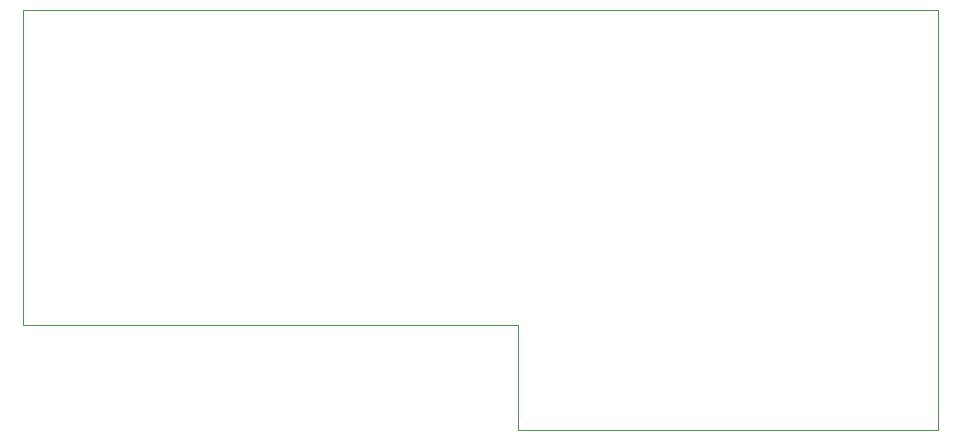
<source format=gbr>
%TF.GenerationSoftware,KiCad,Pcbnew,5.1.7*%
%TF.CreationDate,2020-11-04T07:04:29+03:00*%
%TF.ProjectId,rpi2_hls_lfcd2,72706932-5f68-46c7-935f-6c666364322e,rev?*%
%TF.SameCoordinates,Original*%
%TF.FileFunction,Profile,NP*%
%FSLAX46Y46*%
G04 Gerber Fmt 4.6, Leading zero omitted, Abs format (unit mm)*
G04 Created by KiCad (PCBNEW 5.1.7) date 2020-11-04 07:04:29*
%MOMM*%
%LPD*%
G01*
G04 APERTURE LIST*
%TA.AperFunction,Profile*%
%ADD10C,0.050000*%
%TD*%
G04 APERTURE END LIST*
D10*
X218440000Y-67310000D02*
X140970000Y-67310000D01*
X218440000Y-102870000D02*
X218440000Y-67310000D01*
X182880000Y-102870000D02*
X218440000Y-102870000D01*
X182880000Y-93980000D02*
X182880000Y-102870000D01*
X140970000Y-93980000D02*
X140970000Y-67310000D01*
X182880000Y-93980000D02*
X140970000Y-93980000D01*
M02*

</source>
